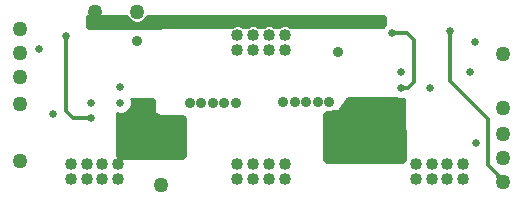
<source format=gbr>
G04 #@! TF.GenerationSoftware,KiCad,Pcbnew,(5.0.0)*
G04 #@! TF.CreationDate,2019-06-25T10:28:51-07:00*
G04 #@! TF.ProjectId,Buffer,4275666665722E6B696361645F706362,rev?*
G04 #@! TF.SameCoordinates,Original*
G04 #@! TF.FileFunction,Copper,L3,Inr,Signal*
G04 #@! TF.FilePolarity,Positive*
%FSLAX46Y46*%
G04 Gerber Fmt 4.6, Leading zero omitted, Abs format (unit mm)*
G04 Created by KiCad (PCBNEW (5.0.0)) date 06/25/19 10:28:51*
%MOMM*%
%LPD*%
G01*
G04 APERTURE LIST*
G04 #@! TA.AperFunction,ViaPad*
%ADD10C,1.016000*%
G04 #@! TD*
G04 #@! TA.AperFunction,ViaPad*
%ADD11C,1.270000*%
G04 #@! TD*
G04 #@! TA.AperFunction,ViaPad*
%ADD12C,0.635000*%
G04 #@! TD*
G04 #@! TA.AperFunction,ViaPad*
%ADD13C,0.889000*%
G04 #@! TD*
G04 #@! TA.AperFunction,Conductor*
%ADD14C,0.330200*%
G04 #@! TD*
G04 #@! TA.AperFunction,Conductor*
%ADD15C,0.635000*%
G04 #@! TD*
G04 #@! TA.AperFunction,Conductor*
%ADD16C,0.254000*%
G04 #@! TD*
G04 APERTURE END LIST*
D10*
G04 #@! TO.N,/GNDA1*
G04 #@! TO.C,TP2*
X19750000Y12300000D03*
G04 #@! TD*
D11*
G04 #@! TO.N,/GNDA1*
G04 #@! TO.C,TP1*
X9906000Y15494000D03*
G04 #@! TD*
D10*
G04 #@! TO.N,/GNDA1*
G04 #@! TO.C,TP2*
X21082000Y12334900D03*
G04 #@! TD*
G04 #@! TO.N,/GNDA1*
G04 #@! TO.C,TP2*
X18415000Y12334900D03*
G04 #@! TD*
G04 #@! TO.N,/GNDA1*
G04 #@! TO.C,TP2*
X18415000Y13604900D03*
G04 #@! TD*
G04 #@! TO.N,/GNDA1*
G04 #@! TO.C,TP2*
X22415500Y12334900D03*
G04 #@! TD*
G04 #@! TO.N,/GNDA1*
G04 #@! TO.C,TP2*
X21082000Y13604900D03*
G04 #@! TD*
G04 #@! TO.N,/GNDA1*
G04 #@! TO.C,TP2*
X22415500Y13604900D03*
G04 #@! TD*
G04 #@! TO.N,/GNDA1*
G04 #@! TO.C,TP2*
X19748500Y13604900D03*
G04 #@! TD*
G04 #@! TO.N,/Vc2Pos*
G04 #@! TO.C,TP2*
X21082000Y1397000D03*
G04 #@! TD*
G04 #@! TO.N,/Vc2Pos*
G04 #@! TO.C,TP2*
X22415500Y1397000D03*
G04 #@! TD*
G04 #@! TO.N,/LfNeg*
G04 #@! TO.C,TP2*
X8318500Y1397000D03*
G04 #@! TD*
G04 #@! TO.N,/CfNeg*
G04 #@! TO.C,TP2*
X37528500Y1397000D03*
G04 #@! TD*
G04 #@! TO.N,/CfNeg*
G04 #@! TO.C,TP2*
X36195000Y1397000D03*
G04 #@! TD*
G04 #@! TO.N,/CfNeg*
G04 #@! TO.C,TP2*
X33528000Y2667000D03*
G04 #@! TD*
G04 #@! TO.N,/CfNeg*
G04 #@! TO.C,TP2*
X33528000Y1397000D03*
G04 #@! TD*
G04 #@! TO.N,/CfNeg*
G04 #@! TO.C,TP2*
X36195000Y2667000D03*
G04 #@! TD*
G04 #@! TO.N,/CfNeg*
G04 #@! TO.C,TP2*
X34861500Y2667000D03*
G04 #@! TD*
G04 #@! TO.N,/CfNeg*
G04 #@! TO.C,TP2*
X34861500Y1397000D03*
G04 #@! TD*
G04 #@! TO.N,/CfNeg*
G04 #@! TO.C,TP2*
X37528500Y2667000D03*
G04 #@! TD*
D11*
G04 #@! TO.N,/PWMA2*
G04 #@! TO.C,TP11*
X40894000Y7366000D03*
G04 #@! TD*
D10*
G04 #@! TO.N,/Vc2Pos*
G04 #@! TO.C,TP2*
X19748500Y1397000D03*
G04 #@! TD*
G04 #@! TO.N,/Vc2Pos*
G04 #@! TO.C,TP2*
X18415000Y1397000D03*
G04 #@! TD*
G04 #@! TO.N,/Vc2Pos*
G04 #@! TO.C,TP2*
X22415500Y2667000D03*
G04 #@! TD*
G04 #@! TO.N,/Vc2Pos*
G04 #@! TO.C,TP2*
X21082000Y2667000D03*
G04 #@! TD*
G04 #@! TO.N,/Vc2Pos*
G04 #@! TO.C,TP2*
X19748500Y2667000D03*
G04 #@! TD*
G04 #@! TO.N,/Vc2Pos*
G04 #@! TO.C,TP2*
X18415000Y2667000D03*
G04 #@! TD*
G04 #@! TO.N,/LfNeg*
G04 #@! TO.C,TP2*
X6985000Y2667000D03*
G04 #@! TD*
G04 #@! TO.N,/LfNeg*
G04 #@! TO.C,TP2*
X5638800Y2667000D03*
G04 #@! TD*
G04 #@! TO.N,/LfNeg*
G04 #@! TO.C,TP2*
X8318500Y2667000D03*
G04 #@! TD*
G04 #@! TO.N,/LfNeg*
G04 #@! TO.C,TP2*
X6985000Y1397000D03*
G04 #@! TD*
G04 #@! TO.N,/LfNeg*
G04 #@! TO.C,TP2*
X5651500Y1397000D03*
G04 #@! TD*
G04 #@! TO.N,/LfNeg*
G04 #@! TO.C,TP2*
X4318000Y2667000D03*
G04 #@! TD*
G04 #@! TO.N,/LfNeg*
G04 #@! TO.C,TP2*
X4318000Y1397000D03*
G04 #@! TD*
D11*
G04 #@! TO.N,/GNDI*
G04 #@! TO.C,TP16*
X0Y12065000D03*
G04 #@! TD*
G04 #@! TO.N,/5.5V_Iso*
G04 #@! TO.C,TP15*
X6350000Y15494000D03*
G04 #@! TD*
G04 #@! TO.N,/5V*
G04 #@! TO.C,TP17*
X0Y14097000D03*
G04 #@! TD*
G04 #@! TO.N,/GNDI*
G04 #@! TO.C,TP5*
X40894000Y3175000D03*
G04 #@! TD*
G04 #@! TO.N,/PWMB2*
G04 #@! TO.C,TP10*
X40894000Y11938000D03*
G04 #@! TD*
G04 #@! TO.N,/Disable2*
G04 #@! TO.C,TP9*
X40894000Y5207000D03*
G04 #@! TD*
G04 #@! TO.N,/Disable1*
G04 #@! TO.C,TP6*
X0Y7731000D03*
G04 #@! TD*
G04 #@! TO.N,/5V*
G04 #@! TO.C,TP4*
X40894000Y1143000D03*
G04 #@! TD*
G04 #@! TO.N,/PWMB1*
G04 #@! TO.C,TP3*
X0Y2921000D03*
G04 #@! TD*
G04 #@! TO.N,/PWMA1*
G04 #@! TO.C,TP2*
X0Y10033000D03*
G04 #@! TD*
D12*
G04 #@! TO.N,/GNDI*
X38100000Y10414000D03*
X2800000Y6900000D03*
X1651000Y12387000D03*
X38540000Y13013000D03*
X38608000Y4445000D03*
G04 #@! TO.N,/VDDI1*
X3900000Y13500000D03*
X6000000Y6550000D03*
G04 #@! TO.N,/VDDB1*
X8500000Y7850000D03*
D11*
X11938000Y887420D03*
D12*
G04 #@! TO.N,/VDDB2*
X32258000Y9080500D03*
X31496000Y13716000D03*
G04 #@! TO.N,/Disable1*
X6000000Y7850000D03*
G04 #@! TO.N,/Disable2*
X34700000Y9050000D03*
D13*
G04 #@! TO.N,/CfNeg*
X23266400Y7874000D03*
X26162000Y7874000D03*
X25196800Y7874000D03*
X24231600Y7874000D03*
X22301200Y7874000D03*
X28384500Y3429000D03*
D12*
X28448000Y7823200D03*
G04 #@! TO.N,/5V*
X36450000Y13900000D03*
D13*
G04 #@! TO.N,/5.5V_Iso*
X30226000Y14732000D03*
G04 #@! TO.N,/LfNeg*
X16319500Y7823200D03*
X14389100Y7823200D03*
X18249900Y7823200D03*
X17284700Y7823200D03*
X15354300Y7823200D03*
X13563600Y3556000D03*
D12*
X8509000Y6550000D03*
G04 #@! TO.N,/GNDA1*
X8509000Y9144000D03*
D13*
X9906000Y13081000D03*
X26949400Y12166600D03*
D12*
X32258000Y10414000D03*
G04 #@! TD*
D14*
G04 #@! TO.N,/VDDI1*
X3900000Y13500000D02*
X3900000Y7149000D01*
X5969000Y6477000D02*
X5969000Y6477000D01*
X4499000Y6550000D02*
X3900000Y7149000D01*
X6000000Y6550000D02*
X4499000Y6550000D01*
G04 #@! TO.N,/VDDB2*
X32639000Y13716000D02*
X31496000Y13716000D01*
X32766000Y13716000D02*
X32639000Y13716000D01*
X33375600Y13106400D02*
X32766000Y13716000D01*
X33375600Y9626600D02*
X33375600Y13106400D01*
X32258000Y9080500D02*
X32829500Y9080500D01*
X32829500Y9080500D02*
X33375600Y9626600D01*
G04 #@! TO.N,/5V*
X40476490Y1687510D02*
X40476490Y1560510D01*
X39624000Y2540000D02*
X40476490Y1687510D01*
X39624000Y6477000D02*
X39624000Y2540000D01*
X36450000Y13900000D02*
X36450000Y9651000D01*
X36450000Y9651000D02*
X39624000Y6477000D01*
D15*
G04 #@! TO.N,/5.5V_Iso*
X6343301Y14795500D02*
X6471891Y14924090D01*
D14*
G04 #@! TO.N,/LfNeg*
X14338300Y7874000D02*
X14389100Y7823200D01*
G04 #@! TD*
D16*
G04 #@! TO.N,/LfNeg*
G36*
X11244459Y8116916D02*
X11309034Y7966739D01*
X11322905Y7189979D01*
X11333093Y7142360D01*
X11426963Y6922599D01*
X11454945Y6881702D01*
X11494832Y6855287D01*
X11715359Y6763231D01*
X11763061Y6753436D01*
X13756230Y6734271D01*
X13907512Y6670326D01*
X13970000Y6518435D01*
X13970000Y3390763D01*
X13906804Y3238196D01*
X13754237Y3175000D01*
X8469151Y3175000D01*
X8316924Y3237839D01*
X8253351Y3389760D01*
X8236256Y6928268D01*
X8310536Y6897500D01*
X8689464Y6897500D01*
X9039548Y7042509D01*
X9307491Y7310452D01*
X9452500Y7660536D01*
X9452500Y8039464D01*
X9394785Y8178800D01*
X11093151Y8178800D01*
X11244459Y8116916D01*
X11244459Y8116916D01*
G37*
X11244459Y8116916D02*
X11309034Y7966739D01*
X11322905Y7189979D01*
X11333093Y7142360D01*
X11426963Y6922599D01*
X11454945Y6881702D01*
X11494832Y6855287D01*
X11715359Y6763231D01*
X11763061Y6753436D01*
X13756230Y6734271D01*
X13907512Y6670326D01*
X13970000Y6518435D01*
X13970000Y3390763D01*
X13906804Y3238196D01*
X13754237Y3175000D01*
X8469151Y3175000D01*
X8316924Y3237839D01*
X8253351Y3389760D01*
X8236256Y6928268D01*
X8310536Y6897500D01*
X8689464Y6897500D01*
X9039548Y7042509D01*
X9307491Y7310452D01*
X9452500Y7660536D01*
X9452500Y8039464D01*
X9394785Y8178800D01*
X11093151Y8178800D01*
X11244459Y8116916D01*
G04 #@! TO.N,/CfNeg*
G36*
X32068536Y8128000D02*
X32447464Y8128000D01*
X32474422Y8139166D01*
X32515817Y8041565D01*
X32571615Y3075585D01*
X32509317Y2921525D01*
X32355965Y2857500D01*
X25996763Y2857500D01*
X25844196Y2920696D01*
X25781000Y3073263D01*
X25781000Y6801046D01*
X25837002Y6946386D01*
X25976047Y7016571D01*
X26787302Y7097697D01*
X26840094Y7115218D01*
X27072678Y7255025D01*
X27112919Y7293427D01*
X27679749Y8143671D01*
X27887769Y8255000D01*
X31761930Y8255000D01*
X32068536Y8128000D01*
X32068536Y8128000D01*
G37*
X32068536Y8128000D02*
X32447464Y8128000D01*
X32474422Y8139166D01*
X32515817Y8041565D01*
X32571615Y3075585D01*
X32509317Y2921525D01*
X32355965Y2857500D01*
X25996763Y2857500D01*
X25844196Y2920696D01*
X25781000Y3073263D01*
X25781000Y6801046D01*
X25837002Y6946386D01*
X25976047Y7016571D01*
X26787302Y7097697D01*
X26840094Y7115218D01*
X27072678Y7255025D01*
X27112919Y7293427D01*
X27679749Y8143671D01*
X27887769Y8255000D01*
X31761930Y8255000D01*
X32068536Y8128000D01*
G04 #@! TO.N,/5.5V_Iso*
G36*
X9130809Y14976034D02*
X9388034Y14718809D01*
X9724115Y14579600D01*
X10087885Y14579600D01*
X10423966Y14718809D01*
X10681191Y14976034D01*
X10780671Y15216200D01*
X30766195Y15216200D01*
X30861304Y15176804D01*
X30924500Y15024237D01*
X30924500Y14501771D01*
X30861634Y14349518D01*
X30709664Y14285971D01*
X22883007Y14250944D01*
X22861526Y14272425D01*
X22572124Y14392300D01*
X22258876Y14392300D01*
X21969474Y14272425D01*
X21943790Y14246741D01*
X21555448Y14245003D01*
X21528026Y14272425D01*
X21238624Y14392300D01*
X20925376Y14392300D01*
X20635974Y14272425D01*
X20604295Y14240746D01*
X20227890Y14239061D01*
X20194526Y14272425D01*
X19905124Y14392300D01*
X19591876Y14392300D01*
X19302474Y14272425D01*
X19264800Y14234751D01*
X18900331Y14233120D01*
X18861026Y14272425D01*
X18571624Y14392300D01*
X18258376Y14392300D01*
X17968974Y14272425D01*
X17925305Y14228756D01*
X5858727Y14174754D01*
X5704893Y14238303D01*
X5642135Y14392464D01*
X5648229Y15026230D01*
X5712174Y15177512D01*
X5806214Y15216200D01*
X9031329Y15216200D01*
X9130809Y14976034D01*
X9130809Y14976034D01*
G37*
X9130809Y14976034D02*
X9388034Y14718809D01*
X9724115Y14579600D01*
X10087885Y14579600D01*
X10423966Y14718809D01*
X10681191Y14976034D01*
X10780671Y15216200D01*
X30766195Y15216200D01*
X30861304Y15176804D01*
X30924500Y15024237D01*
X30924500Y14501771D01*
X30861634Y14349518D01*
X30709664Y14285971D01*
X22883007Y14250944D01*
X22861526Y14272425D01*
X22572124Y14392300D01*
X22258876Y14392300D01*
X21969474Y14272425D01*
X21943790Y14246741D01*
X21555448Y14245003D01*
X21528026Y14272425D01*
X21238624Y14392300D01*
X20925376Y14392300D01*
X20635974Y14272425D01*
X20604295Y14240746D01*
X20227890Y14239061D01*
X20194526Y14272425D01*
X19905124Y14392300D01*
X19591876Y14392300D01*
X19302474Y14272425D01*
X19264800Y14234751D01*
X18900331Y14233120D01*
X18861026Y14272425D01*
X18571624Y14392300D01*
X18258376Y14392300D01*
X17968974Y14272425D01*
X17925305Y14228756D01*
X5858727Y14174754D01*
X5704893Y14238303D01*
X5642135Y14392464D01*
X5648229Y15026230D01*
X5712174Y15177512D01*
X5806214Y15216200D01*
X9031329Y15216200D01*
X9130809Y14976034D01*
G04 #@! TD*
M02*

</source>
